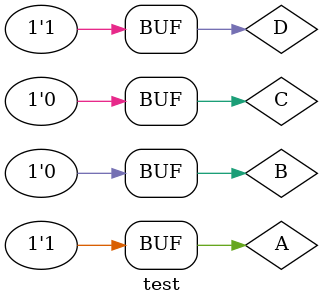
<source format=v>
`timescale 1ns / 1ps


module test();
wire W,X,Y,Z;
reg A,B,C,D;
graycode U0(.a(A),.b(B),.c(C),.d(D),.w(W),.x(X),.y(Y),.z(Z));

initial
begin

A=0;B=0;C=0;D=0;
#10 A=0;B=0;C=0;D=1;
#10 A=0;B=0;C=1;D=0;
#10 A=0;B=0;C=1;D=1;
#10 A=0;B=1;C=0;D=0;
#10 A=0;B=1;C=0;D=1;
#10 A=0;B=1;C=1;D=0;
#10 A=0;B=1;C=1;D=1;
#10 A=1;B=0;C=0;D=0;
#10 A=1;B=0;C=0;D=1;

end
endmodule

</source>
